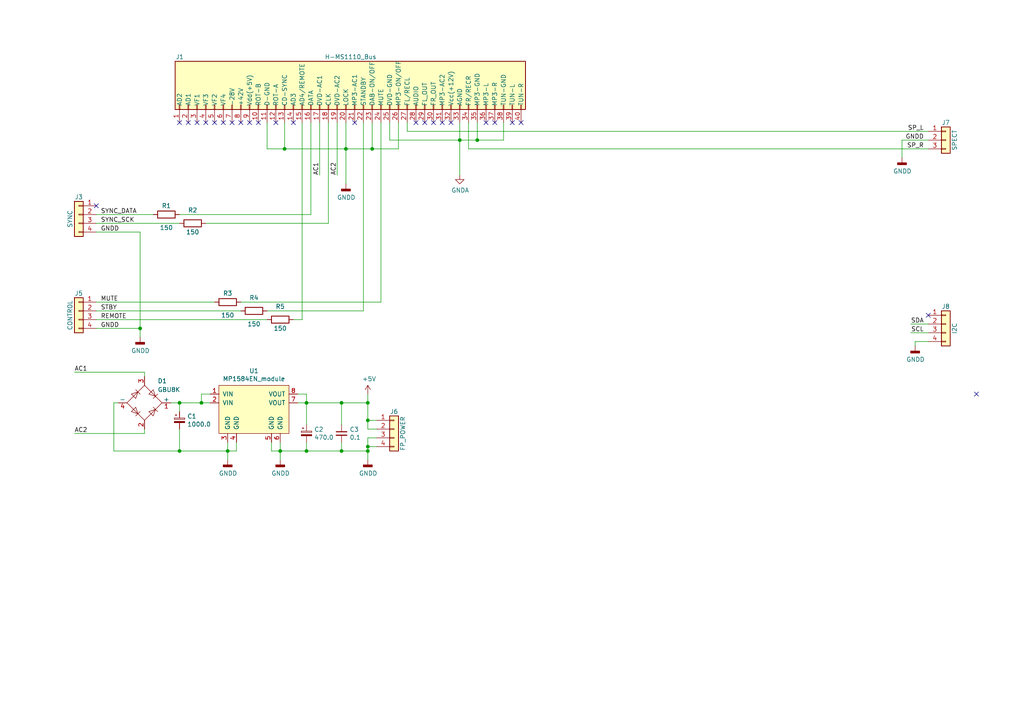
<source format=kicad_sch>
(kicad_sch (version 20230121) (generator eeschema)
  (paper "A4")
  (lib_symbols
    (symbol "Connector_Generic:Conn_01x03" (pin_names (offset 1.016) hide)
      (property "Reference" "J" (at 0 5.08 0))
      (property "Value" "Conn_01x03" (at 0 -5.08 0))
      (symbol "Conn_01x03_1_1"
        (rectangle (start -1.27 -2.413) (end 0 -2.667) (stroke (width 0.1524)))
        (rectangle (start -1.27 0.127) (end 0 -0.127) (stroke (width 0.1524)))
        (rectangle (start -1.27 2.667) (end 0 2.413) (stroke (width 0.1524)))
        (rectangle (start -1.27 3.81) (end 1.27 -3.81) (stroke (width 0.254)) (fill (type background)))
        (pin passive line (at -5.08 2.54 0) (length 3.81) (name "Pin_1") (number "1"))
        (pin passive line (at -5.08 0 0) (length 3.81) (name "Pin_2") (number "2"))
        (pin passive line (at -5.08 -2.54 0) (length 3.81) (name "Pin_3") (number "3"))
      )
    )
    (symbol "Connector_Generic:Conn_01x04" (pin_names (offset 1.016) hide)
      (property "Reference" "J" (at 0 5.08 0))
      (property "Value" "Conn_01x04" (at 0 -7.62 0))
      (symbol "Conn_01x04_1_1"
        (rectangle (start -1.27 -4.953) (end 0 -5.207) (stroke (width 0.1524)))
        (rectangle (start -1.27 -2.413) (end 0 -2.667) (stroke (width 0.1524)))
        (rectangle (start -1.27 0.127) (end 0 -0.127) (stroke (width 0.1524)))
        (rectangle (start -1.27 2.667) (end 0 2.413) (stroke (width 0.1524)))
        (rectangle (start -1.27 3.81) (end 1.27 -6.35) (stroke (width 0.254)) (fill (type background)))
        (pin passive line (at -5.08 2.54 0) (length 3.81) (name "Pin_1") (number "1"))
        (pin passive line (at -5.08 0 0) (length 3.81) (name "Pin_2") (number "2"))
        (pin passive line (at -5.08 -2.54 0) (length 3.81) (name "Pin_3") (number "3"))
        (pin passive line (at -5.08 -5.08 0) (length 3.81) (name "Pin_4") (number "4"))
      )
    )
    (symbol "Device:C_Polarized_Small" (pin_numbers hide) (pin_names (offset 0.254) hide)
      (property "Reference" "C" (at 0.254 1.778 0))
      (property "Value" "C_Polarized_Small" (at 0.254 -2.032 0))
      (symbol "C_Polarized_Small_0_1"
        (rectangle (start -1.524 -0.3048) (end 1.524 -0.6858) (fill (type outline)))
        (rectangle (start -1.524 0.6858) (end 1.524 0.3048))
        (polyline (pts (xy -1.27 1.524) (xy -0.762 1.524)))
        (polyline (pts (xy -1.016 1.27) (xy -1.016 1.778)))
      )
      (symbol "C_Polarized_Small_1_1"
        (pin passive line (at 0 2.54 270) (length 1.8542) (name "~") (number "1"))
        (pin passive line (at 0 -2.54 90) (length 1.8542) (name "~") (number "2"))
      )
    )
    (symbol "Device:C_Small" (pin_numbers hide) (pin_names (offset 0.254) hide)
      (property "Reference" "C" (at 0.254 1.778 0))
      (property "Value" "C_Small" (at 0.254 -2.032 0))
      (symbol "C_Small_0_1"
        (polyline (pts (xy -1.524 -0.508) (xy 1.524 -0.508)) (stroke (width 0.3302)))
        (polyline (pts (xy -1.524 0.508) (xy 1.524 0.508)) (stroke (width 0.3048)))
      )
      (symbol "C_Small_1_1"
        (pin passive line (at 0 2.54 270) (length 2.032) (name "~") (number "1"))
        (pin passive line (at 0 -2.54 90) (length 2.032) (name "~") (number "2"))
      )
    )
    (symbol "Device:R" (pin_numbers hide) (pin_names (offset 0))
      (property "Reference" "R" (at 2.032 0 90))
      (property "Value" "R" (at 0 0 90))
      (symbol "R_0_1"
        (rectangle (start -1.016 -2.54) (end 1.016 2.54) (stroke (width 0.254)))
      )
      (symbol "R_1_1"
        (pin passive line (at 0 3.81 270) (length 1.27) (name "~") (number "1"))
        (pin passive line (at 0 -3.81 90) (length 1.27) (name "~") (number "2"))
      )
    )
    (symbol "Diode_Bridge:GBU8K" (pin_names (offset 0))
      (property "Reference" "D" (at 2.54 6.985 0))
      (property "Value" "GBU8K" (at 2.54 5.08 0))
      (symbol "GBU8K_0_1"
        (polyline (pts (xy -2.54 3.81) (xy -1.27 2.54)))
        (polyline (pts (xy -1.27 -2.54) (xy -2.54 -3.81)))
        (polyline (pts (xy 2.54 -1.27) (xy 3.81 -2.54)))
        (polyline (pts (xy 2.54 1.27) (xy 3.81 2.54)))
        (polyline (pts (xy -3.81 2.54) (xy -2.54 1.27) (xy -1.905 3.175) (xy -3.81 2.54)))
        (polyline (pts (xy -2.54 -1.27) (xy -3.81 -2.54) (xy -1.905 -3.175) (xy -2.54 -1.27)))
        (polyline (pts (xy 1.27 2.54) (xy 2.54 3.81) (xy 3.175 1.905) (xy 1.27 2.54)))
        (polyline (pts (xy 3.175 -1.905) (xy 1.27 -2.54) (xy 2.54 -3.81) (xy 3.175 -1.905)))
        (polyline (pts (xy -5.08 0) (xy 0 -5.08) (xy 5.08 0) (xy 0 5.08) (xy -5.08 0)))
      )
      (symbol "GBU8K_1_1"
        (pin passive line (at 7.62 0 180) (length 2.54) (name "+") (number "1"))
        (pin passive line (at 0 -7.62 90) (length 2.54) (name "~") (number "2"))
        (pin passive line (at 0 7.62 270) (length 2.54) (name "~") (number "3"))
        (pin passive line (at -7.62 0 0) (length 2.54) (name "-") (number "4"))
      )
    )
    (symbol "h-ms1110:H-MS1110_Bus_connector" (pin_names (offset 1.016))
      (property "Reference" "J" (at -5.08 50.8 0))
      (property "Value" "H-MS1110_Bus_connector" (at -5.08 -53.34 0))
      (symbol "H-MS1110_Bus_connector_1_1"
        (rectangle (start -6.35 -50.673) (end -5.08 -50.927) (stroke (width 0.1524)))
        (rectangle (start -6.35 -48.133) (end -5.08 -48.387) (stroke (width 0.1524)))
        (rectangle (start -6.35 -45.593) (end -5.08 -45.847) (stroke (width 0.1524)))
        (rectangle (start -6.35 -43.053) (end -5.08 -43.307) (stroke (width 0.1524)))
        (rectangle (start -6.35 -40.513) (end -5.08 -40.767) (stroke (width 0.1524)))
        (rectangle (start -6.35 -37.973) (end -5.08 -38.227) (stroke (width 0.1524)))
        (rectangle (start -6.35 -35.433) (end -5.08 -35.687) (stroke (width 0.1524)))
        (rectangle (start -6.35 -32.893) (end -5.08 -33.147) (stroke (width 0.1524)))
        (rectangle (start -6.35 -30.353) (end -5.08 -30.607) (stroke (width 0.1524)))
        (rectangle (start -6.35 -27.813) (end -5.08 -28.067) (stroke (width 0.1524)))
        (rectangle (start -6.35 -25.273) (end -5.08 -25.527) (stroke (width 0.1524)))
        (rectangle (start -6.35 -22.733) (end -5.08 -22.987) (stroke (width 0.1524)))
        (rectangle (start -6.35 -20.193) (end -5.08 -20.447) (stroke (width 0.1524)))
        (rectangle (start -6.35 -17.653) (end -5.08 -17.907) (stroke (width 0.1524)))
        (rectangle (start -6.35 -15.113) (end -5.08 -15.367) (stroke (width 0.1524)))
        (rectangle (start -6.35 -12.573) (end -5.08 -12.827) (stroke (width 0.1524)))
        (rectangle (start -6.35 -10.033) (end -5.08 -10.287) (stroke (width 0.1524)))
        (rectangle (start -6.35 -7.493) (end -5.08 -7.747) (stroke (width 0.1524)))
        (rectangle (start -6.35 -4.953) (end -5.08 -5.207) (stroke (width 0.1524)))
        (rectangle (start -6.35 -2.413) (end -5.08 -2.667) (stroke (width 0.1524)))
        (rectangle (start -6.35 0.127) (end -5.08 -0.127) (stroke (width 0.1524)))
        (rectangle (start -6.35 2.667) (end -5.08 2.413) (stroke (width 0.1524)))
        (rectangle (start -6.35 5.207) (end -5.08 4.953) (stroke (width 0.1524)))
        (rectangle (start -6.35 7.747) (end -5.08 7.493) (stroke (width 0.1524)))
        (rectangle (start -6.35 10.287) (end -5.08 10.033) (stroke (width 0.1524)))
        (rectangle (start -6.35 12.827) (end -5.08 12.573) (stroke (width 0.1524)))
        (rectangle (start -6.35 15.367) (end -5.08 15.113) (stroke (width 0.1524)))
        (rectangle (start -6.35 17.907) (end -5.08 17.653) (stroke (width 0.1524)))
        (rectangle (start -6.35 20.447) (end -5.08 20.193) (stroke (width 0.1524)))
        (rectangle (start -6.35 22.987) (end -5.08 22.733) (stroke (width 0.1524)))
        (rectangle (start -6.35 25.527) (end -5.08 25.273) (stroke (width 0.1524)))
        (rectangle (start -6.35 28.067) (end -5.08 27.813) (stroke (width 0.1524)))
        (rectangle (start -6.35 30.607) (end -5.08 30.353) (stroke (width 0.1524)))
        (rectangle (start -6.35 33.147) (end -5.08 32.893) (stroke (width 0.1524)))
        (rectangle (start -6.35 35.687) (end -5.08 35.433) (stroke (width 0.1524)))
        (rectangle (start -6.35 38.227) (end -5.08 37.973) (stroke (width 0.1524)))
        (rectangle (start -6.35 40.767) (end -5.08 40.513) (stroke (width 0.1524)))
        (rectangle (start -6.35 43.307) (end -5.08 43.053) (stroke (width 0.1524)))
        (rectangle (start -6.35 45.847) (end -5.08 45.593) (stroke (width 0.1524)))
        (rectangle (start -6.35 48.387) (end -5.08 48.133) (stroke (width 0.1524)))
        (rectangle (start -6.35 49.53) (end 7.62 -52.07) (stroke (width 0.254)) (fill (type background)))
        (pin passive line (at -10.16 48.26 0) (length 3.81) (name "AD2") (number "1"))
        (pin passive line (at -10.16 25.4 0) (length 3.81) (name "ROT-B") (number "10"))
        (pin passive line (at -10.16 22.86 0) (length 3.81) (name "D-GND") (number "11"))
        (pin passive line (at -10.16 20.32 0) (length 3.81) (name "ROT-A") (number "12"))
        (pin passive line (at -10.16 17.78 0) (length 3.81) (name "CD-SYNC") (number "13"))
        (pin passive line (at -10.16 15.24 0) (length 3.81) (name "AD3") (number "14"))
        (pin passive line (at -10.16 12.7 0) (length 3.81) (name "AD4/REMOTE") (number "15"))
        (pin passive line (at -10.16 10.16 0) (length 3.81) (name "DATA") (number "16"))
        (pin passive line (at -10.16 7.62 0) (length 3.81) (name "DVD-AC1") (number "17"))
        (pin passive line (at -10.16 5.08 0) (length 3.81) (name "CLK") (number "18"))
        (pin passive line (at -10.16 2.54 0) (length 3.81) (name "DVD-AC2") (number "19"))
        (pin passive line (at -10.16 45.72 0) (length 3.81) (name "AD1") (number "2"))
        (pin passive line (at -10.16 0 0) (length 3.81) (name "LOCK") (number "20"))
        (pin passive line (at -10.16 -2.54 0) (length 3.81) (name "MP3-AC1") (number "21"))
        (pin passive line (at -10.16 -5.08 0) (length 3.81) (name "STANDBY") (number "22"))
        (pin passive line (at -10.16 -7.62 0) (length 3.81) (name "DAB-ON/OFF") (number "23"))
        (pin passive line (at -10.16 -10.16 0) (length 3.81) (name "MUTE") (number "24"))
        (pin passive line (at -10.16 -12.7 0) (length 3.81) (name "DVD-GND") (number "25"))
        (pin passive line (at -10.16 -15.24 0) (length 3.81) (name "MP3-ON/OFF") (number "26"))
        (pin passive line (at -10.16 -17.78 0) (length 3.81) (name "FL/RECL") (number "27"))
        (pin passive line (at -10.16 -20.32 0) (length 3.81) (name "AUDIO") (number "28"))
        (pin passive line (at -10.16 -22.86 0) (length 3.81) (name "FL_OUT") (number "29"))
        (pin passive line (at -10.16 43.18 0) (length 3.81) (name "VF1") (number "3"))
        (pin passive line (at -10.16 -25.4 0) (length 3.81) (name "FR_OUT") (number "30"))
        (pin passive line (at -10.16 -27.94 0) (length 3.81) (name "MP3-AC2") (number "31"))
        (pin passive line (at -10.16 -30.48 0) (length 3.81) (name "Vcc(+12V)") (number "32"))
        (pin passive line (at -10.16 -33.02 0) (length 3.81) (name "AGND") (number "33"))
        (pin passive line (at -10.16 -35.56 0) (length 3.81) (name "FR/RECR") (number "34"))
        (pin passive line (at -10.16 -38.1 0) (length 3.81) (name "MP3-GND") (number "35"))
        (pin passive line (at -10.16 -40.64 0) (length 3.81) (name "MP3-L") (number "36"))
        (pin passive line (at -10.16 -43.18 0) (length 3.81) (name "MP3-R") (number "37"))
        (pin passive line (at -10.16 -45.72 0) (length 3.81) (name "TUN-GND") (number "38"))
        (pin passive line (at -10.16 -48.26 0) (length 3.81) (name "TUN-L") (number "39"))
        (pin passive line (at -10.16 40.64 0) (length 3.81) (name "VF3") (number "4"))
        (pin passive line (at -10.16 -50.8 0) (length 3.81) (name "TUN-R") (number "40"))
        (pin passive line (at -10.16 38.1 0) (length 3.81) (name "VF2") (number "5"))
        (pin passive line (at -10.16 35.56 0) (length 3.81) (name "VF4") (number "6"))
        (pin passive line (at -10.16 33.02 0) (length 3.81) (name "-28V") (number "7"))
        (pin passive line (at -10.16 30.48 0) (length 3.81) (name "+42V") (number "8"))
        (pin passive line (at -10.16 27.94 0) (length 3.81) (name "Vdd(+5V)") (number "9"))
      )
    )
    (symbol "h-ms1110:MP1584EN_module" (pin_names (offset 1.016))
      (property "Reference" "U" (at -8.89 10.16 0))
      (property "Value" "MP1584EN_module" (at 0 1.27 0))
      (symbol "MP1584EN_module_0_1"
        (rectangle (start -10.16 8.89) (end 10.16 -5.08) (fill (type background)))
      )
      (symbol "MP1584EN_module_1_1"
        (pin power_in line (at -12.7 6.35 0) (length 2.54) (name "VIN") (number "1"))
        (pin power_in line (at -12.7 3.81 0) (length 2.54) (name "VIN") (number "2"))
        (pin power_in line (at -7.62 -7.62 90) (length 2.54) (name "GND") (number "3"))
        (pin power_in line (at -5.08 -7.62 90) (length 2.54) (name "GND") (number "4"))
        (pin power_in line (at 5.08 -7.62 90) (length 2.54) (name "GND") (number "5"))
        (pin power_in line (at 7.62 -7.62 90) (length 2.54) (name "GND") (number "6"))
        (pin power_out line (at 12.7 3.81 180) (length 2.54) (name "VOUT") (number "7"))
        (pin power_out line (at 12.7 6.35 180) (length 2.54) (name "VOUT") (number "8"))
      )
    )
    (symbol "power:+5V" (power) (pin_names (offset 0))
      (property "Value" "+5V" (at 0 3.556 0))
      (symbol "+5V_0_1"
        (polyline (pts (xy -0.762 1.27) (xy 0 2.54)))
        (polyline (pts (xy 0 0) (xy 0 2.54)))
        (polyline (pts (xy 0 2.54) (xy 0.762 1.27)))
      )
      (symbol "+5V_1_1"
        (pin power_in line (at 0 0 90) (length 0) hide (name "+5V") (number "1"))
      )
    )
    (symbol "power:GNDA" (power) (pin_names (offset 0))
      (property "Value" "GNDA" (at 0 -3.81 0))
      (symbol "GNDA_0_1"
        (polyline (pts (xy 0 0) (xy 0 -1.27) (xy 1.27 -1.27) (xy 0 -2.54) (xy -1.27 -1.27) (xy 0 -1.27)))
      )
      (symbol "GNDA_1_1"
        (pin power_in line (at 0 0 270) (length 0) hide (name "GNDA") (number "1"))
      )
    )
    (symbol "power:GNDD" (power) (pin_names (offset 0))
      (property "Value" "GNDD" (at 0 -3.175 0))
      (symbol "GNDD_0_1"
        (rectangle (start -1.27 -1.524) (end 1.27 -2.032) (stroke (width 0.254)) (fill (type outline)))
        (polyline (pts (xy 0 0) (xy 0 -1.524)))
      )
      (symbol "GNDD_1_1"
        (pin power_in line (at 0 0 270) (length 0) hide (name "GNDD") (number "1"))
      )
    )
  )
  (junction (at 88.9 116.84))
  (junction (at 52.07 130.81))
  (junction (at 52.07 116.84))
  (junction (at 107.95 43.18))
  (junction (at 99.06 130.81))
  (junction (at 81.28 130.81))
  (junction (at 99.06 116.84))
  (junction (at 106.68 130.81))
  (junction (at 100.33 43.18))
  (junction (at 106.68 129.54))
  (junction (at 133.35 40.64))
  (junction (at 58.42 116.84))
  (junction (at 106.68 116.84))
  (junction (at 82.55 43.18))
  (junction (at 106.68 121.92))
  (junction (at 138.43 40.64))
  (junction (at 40.64 95.25))
  (junction (at 88.9 130.81))
  (junction (at 66.04 130.81))
  (no_connect (at 54.61 35.56))
  (no_connect (at 120.65 35.56))
  (no_connect (at 27.94 59.69))
  (no_connect (at 140.97 35.56))
  (no_connect (at 69.85 35.56))
  (no_connect (at 148.59 35.56))
  (no_connect (at 283.21 114.3))
  (no_connect (at 151.13 35.56))
  (no_connect (at 102.87 35.56))
  (no_connect (at 143.51 35.56))
  (no_connect (at 74.93 35.56))
  (no_connect (at 85.09 35.56))
  (no_connect (at 67.31 35.56))
  (no_connect (at 80.01 35.56))
  (no_connect (at 123.19 35.56))
  (no_connect (at 52.07 35.56))
  (no_connect (at 128.27 35.56))
  (no_connect (at 64.77 35.56))
  (no_connect (at 62.23 35.56))
  (no_connect (at 269.24 91.44))
  (no_connect (at 59.69 35.56))
  (no_connect (at 72.39 35.56))
  (no_connect (at 130.81 35.56))
  (no_connect (at 125.73 35.56))
  (no_connect (at 57.15 35.56))
  (wire (pts (xy 41.91 107.95) (xy 21.59 107.95)))
  (wire (pts (xy 58.42 116.84) (xy 60.96 116.84)))
  (wire (pts (xy 269.24 40.64) (xy 261.62 40.64)))
  (wire (pts (xy 27.94 90.17) (xy 69.85 90.17)))
  (wire (pts (xy 41.91 109.22) (xy 41.91 107.95)))
  (wire (pts (xy 66.04 133.35) (xy 66.04 130.81)))
  (wire (pts (xy 58.42 114.3) (xy 58.42 116.84)))
  (wire (pts (xy 265.43 99.06) (xy 265.43 100.33)))
  (wire (pts (xy 146.05 35.56) (xy 146.05 40.64)))
  (wire (pts (xy 107.95 43.18) (xy 100.33 43.18)))
  (wire (pts (xy 138.43 40.64) (xy 138.43 35.56)))
  (wire (pts (xy 87.63 35.56) (xy 87.63 92.71)))
  (wire (pts (xy 40.64 67.31) (xy 27.94 67.31)))
  (wire (pts (xy 41.91 124.46) (xy 41.91 125.73)))
  (wire (pts (xy 109.22 129.54) (xy 106.68 129.54)))
  (wire (pts (xy 52.07 119.38) (xy 52.07 116.84)))
  (wire (pts (xy 81.28 133.35) (xy 81.28 130.81)))
  (wire (pts (xy 113.03 40.64) (xy 113.03 35.56)))
  (wire (pts (xy 138.43 40.64) (xy 146.05 40.64)))
  (wire (pts (xy 106.68 127) (xy 106.68 129.54)))
  (wire (pts (xy 77.47 35.56) (xy 77.47 43.18)))
  (wire (pts (xy 100.33 43.18) (xy 100.33 35.56)))
  (wire (pts (xy 60.96 114.3) (xy 58.42 114.3)))
  (wire (pts (xy 77.47 90.17) (xy 105.41 90.17)))
  (wire (pts (xy 115.57 43.18) (xy 107.95 43.18)))
  (wire (pts (xy 33.02 116.84) (xy 34.29 116.84)))
  (wire (pts (xy 27.94 62.23) (xy 44.45 62.23)))
  (wire (pts (xy 110.49 35.56) (xy 110.49 87.63)))
  (wire (pts (xy 269.24 99.06) (xy 265.43 99.06)))
  (wire (pts (xy 118.11 38.1) (xy 269.24 38.1)))
  (wire (pts (xy 78.74 130.81) (xy 81.28 130.81)))
  (wire (pts (xy 88.9 114.3) (xy 88.9 116.84)))
  (wire (pts (xy 133.35 40.64) (xy 133.35 35.56)))
  (wire (pts (xy 269.24 93.98) (xy 264.16 93.98)))
  (wire (pts (xy 109.22 124.46) (xy 106.68 124.46)))
  (wire (pts (xy 59.69 64.77) (xy 95.25 64.77)))
  (wire (pts (xy 135.89 43.18) (xy 269.24 43.18)))
  (wire (pts (xy 106.68 114.3) (xy 106.68 116.84)))
  (wire (pts (xy 107.95 35.56) (xy 107.95 43.18)))
  (wire (pts (xy 138.43 40.64) (xy 133.35 40.64)))
  (wire (pts (xy 135.89 43.18) (xy 135.89 35.56)))
  (wire (pts (xy 88.9 130.81) (xy 99.06 130.81)))
  (wire (pts (xy 109.22 127) (xy 106.68 127)))
  (wire (pts (xy 52.07 116.84) (xy 58.42 116.84)))
  (wire (pts (xy 85.09 92.71) (xy 87.63 92.71)))
  (wire (pts (xy 133.35 50.8) (xy 133.35 40.64)))
  (wire (pts (xy 86.36 114.3) (xy 88.9 114.3)))
  (wire (pts (xy 40.64 67.31) (xy 40.64 95.25)))
  (wire (pts (xy 105.41 35.56) (xy 105.41 90.17)))
  (wire (pts (xy 52.07 62.23) (xy 90.17 62.23)))
  (wire (pts (xy 41.91 125.73) (xy 21.59 125.73)))
  (wire (pts (xy 27.94 87.63) (xy 62.23 87.63)))
  (wire (pts (xy 99.06 130.81) (xy 106.68 130.81)))
  (wire (pts (xy 27.94 64.77) (xy 52.07 64.77)))
  (wire (pts (xy 52.07 124.46) (xy 52.07 130.81)))
  (wire (pts (xy 88.9 116.84) (xy 99.06 116.84)))
  (wire (pts (xy 90.17 62.23) (xy 90.17 35.56)))
  (wire (pts (xy 99.06 116.84) (xy 106.68 116.84)))
  (wire (pts (xy 106.68 130.81) (xy 106.68 133.35)))
  (wire (pts (xy 33.02 130.81) (xy 52.07 130.81)))
  (wire (pts (xy 69.85 87.63) (xy 110.49 87.63)))
  (wire (pts (xy 33.02 116.84) (xy 33.02 130.81)))
  (wire (pts (xy 88.9 128.27) (xy 88.9 130.81)))
  (wire (pts (xy 106.68 129.54) (xy 106.68 130.81)))
  (wire (pts (xy 27.94 92.71) (xy 77.47 92.71)))
  (wire (pts (xy 86.36 116.84) (xy 88.9 116.84)))
  (wire (pts (xy 82.55 43.18) (xy 77.47 43.18)))
  (wire (pts (xy 66.04 128.27) (xy 66.04 130.81)))
  (wire (pts (xy 92.71 35.56) (xy 92.71 50.8)))
  (wire (pts (xy 40.64 95.25) (xy 40.64 97.79)))
  (wire (pts (xy 106.68 124.46) (xy 106.68 121.92)))
  (wire (pts (xy 27.94 95.25) (xy 40.64 95.25)))
  (wire (pts (xy 99.06 128.27) (xy 99.06 130.81)))
  (wire (pts (xy 133.35 40.64) (xy 113.03 40.64)))
  (wire (pts (xy 269.24 96.52) (xy 264.16 96.52)))
  (wire (pts (xy 68.58 130.81) (xy 66.04 130.81)))
  (wire (pts (xy 261.62 40.64) (xy 261.62 45.72)))
  (wire (pts (xy 52.07 116.84) (xy 49.53 116.84)))
  (wire (pts (xy 99.06 116.84) (xy 99.06 123.19)))
  (wire (pts (xy 81.28 130.81) (xy 81.28 128.27)))
  (wire (pts (xy 97.79 35.56) (xy 97.79 50.8)))
  (wire (pts (xy 68.58 128.27) (xy 68.58 130.81)))
  (wire (pts (xy 78.74 128.27) (xy 78.74 130.81)))
  (wire (pts (xy 109.22 121.92) (xy 106.68 121.92)))
  (wire (pts (xy 82.55 43.18) (xy 82.55 35.56)))
  (wire (pts (xy 81.28 130.81) (xy 88.9 130.81)))
  (wire (pts (xy 106.68 116.84) (xy 106.68 121.92)))
  (wire (pts (xy 88.9 116.84) (xy 88.9 123.19)))
  (wire (pts (xy 118.11 38.1) (xy 118.11 35.56)))
  (wire (pts (xy 100.33 43.18) (xy 82.55 43.18)))
  (wire (pts (xy 115.57 35.56) (xy 115.57 43.18)))
  (wire (pts (xy 95.25 64.77) (xy 95.25 35.56)))
  (wire (pts (xy 100.33 43.18) (xy 100.33 53.34)))
  (wire (pts (xy 52.07 130.81) (xy 66.04 130.81)))
  (label "AC2" (at 21.59 125.73 0))
  (label "AC1" (at 92.71 50.8 90))
  (label "SDA" (at 267.97 93.98 180))
  (label "SP_R" (at 267.97 43.18 180))
  (label "SYNC_SCK" (at 29.21 64.77 0))
  (label "SYNC_DATA" (at 29.21 62.23 0))
  (label "STBY" (at 29.21 90.17 0))
  (label "SP_L" (at 267.97 38.1 180))
  (label "MUTE" (at 29.21 87.63 0))
  (label "GNDD" (at 267.97 40.64 180))
  (label "AC2" (at 97.79 50.8 90))
  (label "REMOTE" (at 29.21 92.71 0))
  (label "GNDD" (at 29.21 95.25 0))
  (label "GNDD" (at 29.21 67.31 0))
  (label "AC1" (at 21.59 107.95 0))
  (label "SCL" (at 267.97 96.52 180))
  (symbol (lib_id "Connector_Generic:Conn_01x04") (at 274.32 93.98 0) (unit 1)
    (property "Reference" "J8" (at 274.32 88.9 0))
    (property "Value" "I2C" (at 276.86 95.25 90))
    (property "Footprint" "Connector_JST:JST_EH_B4B-EH-A_1x04_P2.50mm_Vertical" (effects hide))
  )
  (symbol (lib_id "power:GNDD") (at 265.43 100.33 0) (unit 1)
    (property "Reference" "#PWR0101" (effects hide))
    (property "Value" "GNDD" (at 265.5316 104.267 0))
  )
  (symbol (lib_id "Connector_Generic:Conn_01x04") (at 22.86 62.23 0) (mirror y) (unit 1)
    (property "Reference" "J3" (at 22.86 57.15 0))
    (property "Value" "SYNC" (at 20.32 63.5 90))
    (property "Footprint" "Connector_JST:JST_EH_B4B-EH-A_1x04_P2.50mm_Vertical" (effects hide))
  )
  (symbol (lib_id "power:GNDD") (at 40.64 97.79 0) (unit 1)
    (property "Reference" "#PWR0103" (effects hide))
    (property "Value" "GNDD" (at 40.7416 101.727 0))
  )
  (symbol (lib_id "h-ms1110:H-MS1110_Bus_connector") (at 100.33 25.4 90) (unit 1)
    (property "Reference" "J1" (at 53.34 16.51 90) (effects (justify left)))
    (property "Value" "H-MS1110_Bus" (at 109.22 16.51 90) (effects (justify left)))
    (property "Footprint" "Connector_IDC:IDC-Header_2x20_P2.54mm_Horizontal" (effects hide))
  )
  (symbol (lib_id "Connector_Generic:Conn_01x04") (at 22.86 90.17 0) (mirror y) (unit 1)
    (property "Reference" "J5" (at 22.86 85.09 0))
    (property "Value" "CONTROL" (at 20.32 91.44 90))
    (property "Footprint" "Connector_JST:JST_EH_B4B-EH-A_1x04_P2.50mm_Vertical" (effects hide))
  )
  (symbol (lib_id "Connector_Generic:Conn_01x03") (at 274.32 40.64 0) (unit 1)
    (property "Reference" "J7" (at 274.32 35.56 0))
    (property "Value" "SPECT" (at 276.86 40.64 90))
    (property "Footprint" "Connector_JST:JST_EH_B3B-EH-A_1x03_P2.50mm_Vertical" (effects hide))
  )
  (symbol (lib_id "power:GNDD") (at 261.62 45.72 0) (unit 1)
    (property "Reference" "#PWR0104" (effects hide))
    (property "Value" "GNDD" (at 261.7216 49.657 0))
  )
  (symbol (lib_id "Connector_Generic:Conn_01x04") (at 114.3 124.46 0) (unit 1)
    (property "Reference" "J6" (at 114.3 119.38 0))
    (property "Value" "FP_POWER" (at 116.84 125.73 90))
    (property "Footprint" "Connector_JST:JST_EH_B4B-EH-A_1x04_P2.50mm_Vertical" (effects hide))
  )
  (symbol (lib_id "power:+5V") (at 106.68 114.3 0) (unit 1)
    (property "Reference" "#PWR0106" (effects hide))
    (property "Value" "+5V" (at 107.061 109.9058 0))
  )
  (symbol (lib_id "power:GNDD") (at 106.68 133.35 0) (unit 1)
    (property "Reference" "#PWR0107" (effects hide))
    (property "Value" "GNDD" (at 106.7816 137.287 0))
  )
  (symbol (lib_id "Diode_Bridge:GBU8K") (at 41.91 116.84 0) (unit 1)
    (property "Reference" "D1" (at 45.72 110.49 0) (effects (justify left)))
    (property "Value" "GBU8K" (at 45.72 113.03 0) (effects (justify left)))
    (property "Footprint" "Diode_THT:Diode_Bridge_Vishay_GBU" (effects hide))
    (property "Datasheet" "http://www.vishay.com/docs/88656/gbu8a.pdf" (effects hide))
  )
  (symbol (lib_id "Device:C_Polarized_Small") (at 52.07 121.92 0) (unit 1)
    (property "Reference" "C1" (at 54.3052 120.7516 0) (effects (justify left)))
    (property "Value" "1000.0" (at 54.3052 123.063 0) (effects (justify left)))
    (property "Footprint" "Capacitor_THT:CP_Radial_D10.0mm_P5.00mm_P7.50mm" (effects hide))
  )
  (symbol (lib_id "Device:C_Polarized_Small") (at 88.9 125.73 0) (unit 1)
    (property "Reference" "C2" (at 91.1352 124.5616 0) (effects (justify left)))
    (property "Value" "470.0" (at 91.1352 126.873 0) (effects (justify left)))
    (property "Footprint" "Capacitor_THT:CP_Radial_D10.0mm_P5.00mm" (effects hide))
  )
  (symbol (lib_id "Device:C_Small") (at 99.06 125.73 0) (unit 1)
    (property "Reference" "C3" (at 101.3968 124.5616 0) (effects (justify left)))
    (property "Value" "0.1" (at 101.3968 126.873 0) (effects (justify left)))
    (property "Footprint" "Capacitor_THT:C_Rect_L7.0mm_W3.5mm_P5.00mm" (effects hide))
  )
  (symbol (lib_id "power:GNDA") (at 133.35 50.8 0) (unit 1)
    (property "Reference" "#PWR0108" (effects hide))
    (property "Value" "GNDA" (at 133.477 55.1942 0))
  )
  (symbol (lib_id "h-ms1110:MP1584EN_module") (at 73.66 120.65 0) (unit 1)
    (property "Reference" "U1" (at 73.66 107.569 0))
    (property "Value" "MP1584EN_module" (at 73.66 109.8804 0))
    (property "Footprint" "h-ms1110:MP1584EN_module" (effects hide))
  )
  (symbol (lib_id "power:GNDD") (at 66.04 133.35 0) (unit 1)
    (property "Reference" "#PWR0114" (effects hide))
    (property "Value" "GNDD" (at 66.1416 137.287 0))
  )
  (symbol (lib_id "power:GNDD") (at 81.28 133.35 0) (unit 1)
    (property "Reference" "#PWR0115" (effects hide))
    (property "Value" "GNDD" (at 81.3816 137.287 0))
  )
  (symbol (lib_id "Device:R") (at 48.26 62.23 270) (unit 1)
    (property "Reference" "R1" (at 48.26 59.69 90))
    (property "Value" "150" (at 48.26 66.04 90))
    (property "Footprint" "Resistor_SMD:R_1206_3216Metric_Pad1.30x1.75mm_HandSolder" (effects hide))
  )
  (symbol (lib_id "Device:R") (at 55.88 64.77 270) (unit 1)
    (property "Reference" "R2" (at 55.88 60.96 90))
    (property "Value" "150" (at 55.88 67.31 90))
    (property "Footprint" "Resistor_SMD:R_1206_3216Metric_Pad1.30x1.75mm_HandSolder" (effects hide))
  )
  (symbol (lib_id "Device:R") (at 81.28 92.71 270) (unit 1)
    (property "Reference" "R5" (at 81.28 88.9 90))
    (property "Value" "150" (at 81.28 95.25 90))
    (property "Footprint" "Resistor_SMD:R_1206_3216Metric_Pad1.30x1.75mm_HandSolder" (effects hide))
  )
  (symbol (lib_id "Device:R") (at 73.66 90.17 270) (unit 1)
    (property "Reference" "R4" (at 73.66 86.36 90))
    (property "Value" "150" (at 73.66 93.98 90))
    (property "Footprint" "Resistor_SMD:R_1206_3216Metric_Pad1.30x1.75mm_HandSolder" (effects hide))
  )
  (symbol (lib_id "Device:R") (at 66.04 87.63 270) (unit 1)
    (property "Reference" "R3" (at 66.04 85.09 90))
    (property "Value" "150" (at 66.04 91.44 90))
    (property "Footprint" "Resistor_SMD:R_1206_3216Metric_Pad1.30x1.75mm_HandSolder" (effects hide))
  )
  (symbol (lib_id "power:GNDD") (at 100.33 53.34 0) (unit 1)
    (property "Reference" "#PWR?" (effects hide))
    (property "Value" "GNDD" (at 100.4316 57.277 0))
  )
)
</source>
